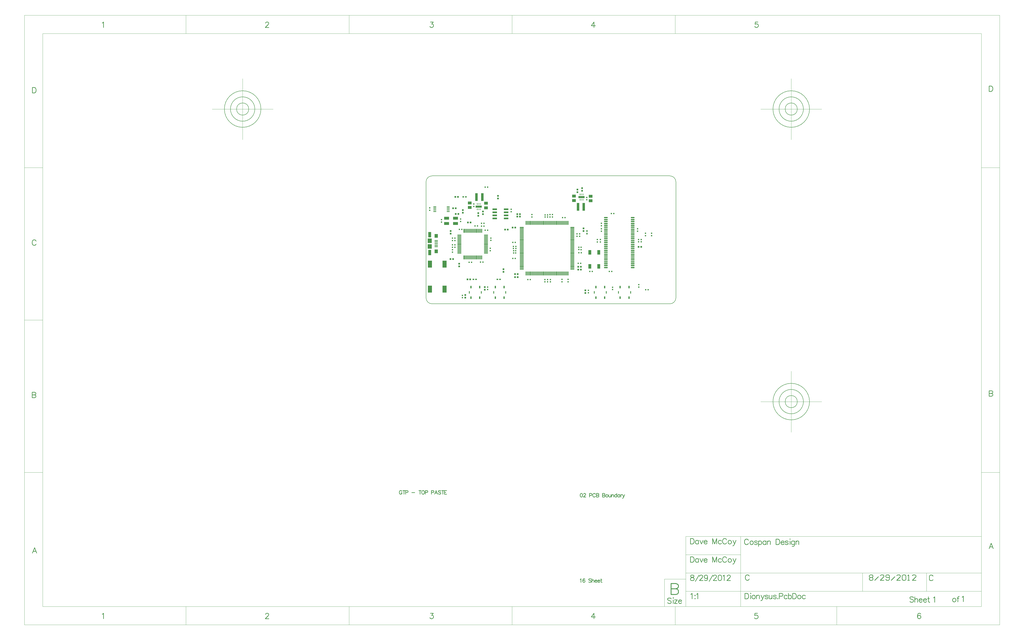
<source format=gtp>
%FSLAX25Y25*%
%MOIN*%
G70*
G01*
G75*
G04 Layer_Color=8421504*
%ADD10O,0.06102X0.02165*%
%ADD11R,0.04921X0.01378*%
%ADD12O,0.07087X0.01181*%
%ADD13O,0.01181X0.07087*%
%ADD14R,0.02362X0.03937*%
%ADD15R,0.01772X0.03937*%
%ADD16R,0.07480X0.02835*%
%ADD17R,0.04921X0.07284*%
%ADD18R,0.09843X0.03543*%
%ADD19R,0.00984X0.03150*%
%ADD20R,0.07087X0.11811*%
%ADD21R,0.05118X0.09055*%
%ADD22R,0.07087X0.07480*%
%ADD23R,0.05512X0.06299*%
%ADD24R,0.05315X0.01575*%
%ADD25R,0.07874X0.04724*%
%ADD26R,0.04331X0.12598*%
%ADD27R,0.02953X0.02559*%
%ADD28R,0.02756X0.01969*%
%ADD29R,0.01969X0.02756*%
%ADD30R,0.05906X0.05118*%
%ADD31R,0.02362X0.01969*%
%ADD32R,0.02559X0.02953*%
%ADD33R,0.01969X0.02362*%
%ADD34C,0.00600*%
%ADD35C,0.01000*%
%ADD36C,0.01500*%
%ADD37C,0.02000*%
%ADD38C,0.03000*%
%ADD39C,0.00400*%
%ADD40C,0.00200*%
%ADD41C,0.01400*%
%ADD42C,0.05906*%
%ADD43C,0.03937*%
%ADD44C,0.06000*%
%ADD45C,0.02400*%
%ADD46C,0.04000*%
%ADD47C,0.06416*%
G04:AMPARAMS|DCode=48|XSize=80.157mil|YSize=80.157mil|CornerRadius=0mil|HoleSize=0mil|Usage=FLASHONLY|Rotation=0.000|XOffset=0mil|YOffset=0mil|HoleType=Round|Shape=Relief|Width=8mil|Gap=10mil|Entries=4|*
%AMTHD48*
7,0,0,0.08016,0.06016,0.00800,45*
%
%ADD48THD48*%
%ADD49C,0.08699*%
%ADD50C,0.09487*%
%ADD51C,0.14900*%
%ADD52C,0.06400*%
G04:AMPARAMS|DCode=53|XSize=80mil|YSize=80mil|CornerRadius=0mil|HoleSize=0mil|Usage=FLASHONLY|Rotation=0.000|XOffset=0mil|YOffset=0mil|HoleType=Round|Shape=Relief|Width=8mil|Gap=10mil|Entries=4|*
%AMTHD53*
7,0,0,0.08000,0.06000,0.00800,45*
%
%ADD53THD53*%
G04:AMPARAMS|DCode=54|XSize=50mil|YSize=50mil|CornerRadius=0mil|HoleSize=0mil|Usage=FLASHONLY|Rotation=0.000|XOffset=0mil|YOffset=0mil|HoleType=Round|Shape=Relief|Width=8mil|Gap=10mil|Entries=4|*
%AMTHD54*
7,0,0,0.05000,0.03000,0.00800,45*
%
%ADD54THD54*%
%ADD55C,0.03400*%
%ADD56C,0.00984*%
%ADD57C,0.02362*%
%ADD58C,0.00787*%
%ADD59C,0.00394*%
D10*
X295957Y141818D02*
D03*
Y138669D02*
D03*
Y135519D02*
D03*
Y132369D02*
D03*
Y129220D02*
D03*
Y126070D02*
D03*
Y122921D02*
D03*
Y119771D02*
D03*
Y116621D02*
D03*
Y113472D02*
D03*
Y110322D02*
D03*
Y107172D02*
D03*
Y104023D02*
D03*
Y100873D02*
D03*
Y97724D02*
D03*
Y94574D02*
D03*
Y91424D02*
D03*
Y88275D02*
D03*
Y85125D02*
D03*
Y81976D02*
D03*
Y78826D02*
D03*
Y75676D02*
D03*
Y72527D02*
D03*
Y69377D02*
D03*
Y66228D02*
D03*
Y63078D02*
D03*
Y59928D02*
D03*
X340052Y141818D02*
D03*
Y138669D02*
D03*
Y135519D02*
D03*
Y132369D02*
D03*
Y129220D02*
D03*
Y126070D02*
D03*
Y122921D02*
D03*
Y119771D02*
D03*
Y116621D02*
D03*
Y113472D02*
D03*
Y110322D02*
D03*
Y107172D02*
D03*
Y104023D02*
D03*
Y100873D02*
D03*
Y97724D02*
D03*
Y94574D02*
D03*
Y91424D02*
D03*
Y88275D02*
D03*
Y85125D02*
D03*
Y81976D02*
D03*
Y78826D02*
D03*
Y75676D02*
D03*
Y72527D02*
D03*
Y69377D02*
D03*
Y66228D02*
D03*
Y63078D02*
D03*
Y59928D02*
D03*
D11*
X15078Y159639D02*
D03*
Y157080D02*
D03*
Y154520D02*
D03*
Y151961D02*
D03*
X37322Y159639D02*
D03*
Y157080D02*
D03*
Y154520D02*
D03*
Y151961D02*
D03*
D12*
X157765Y57151D02*
D03*
Y59120D02*
D03*
Y61088D02*
D03*
Y63057D02*
D03*
Y65025D02*
D03*
Y66994D02*
D03*
Y68962D02*
D03*
Y70931D02*
D03*
Y72899D02*
D03*
Y74868D02*
D03*
Y76836D02*
D03*
Y78805D02*
D03*
Y80773D02*
D03*
Y82742D02*
D03*
Y84710D02*
D03*
Y86679D02*
D03*
Y88647D02*
D03*
Y90616D02*
D03*
Y92584D02*
D03*
Y94553D02*
D03*
Y96521D02*
D03*
Y98490D02*
D03*
Y100458D02*
D03*
Y102427D02*
D03*
Y104395D02*
D03*
Y106364D02*
D03*
Y108332D02*
D03*
Y110301D02*
D03*
Y112269D02*
D03*
Y114238D02*
D03*
Y116206D02*
D03*
Y118175D02*
D03*
Y120143D02*
D03*
Y122112D02*
D03*
Y124080D02*
D03*
Y126049D02*
D03*
X240835D02*
D03*
Y124080D02*
D03*
Y122112D02*
D03*
Y120143D02*
D03*
Y118175D02*
D03*
Y116206D02*
D03*
Y114238D02*
D03*
Y112269D02*
D03*
Y110301D02*
D03*
Y108332D02*
D03*
Y106364D02*
D03*
Y104395D02*
D03*
Y102427D02*
D03*
Y100458D02*
D03*
Y98490D02*
D03*
Y96521D02*
D03*
Y94553D02*
D03*
Y92584D02*
D03*
Y90616D02*
D03*
Y88647D02*
D03*
Y86679D02*
D03*
Y84710D02*
D03*
Y82742D02*
D03*
Y80773D02*
D03*
Y78805D02*
D03*
Y76836D02*
D03*
Y74868D02*
D03*
Y72899D02*
D03*
Y70931D02*
D03*
Y68962D02*
D03*
Y66994D02*
D03*
Y65025D02*
D03*
Y63057D02*
D03*
Y61088D02*
D03*
Y59120D02*
D03*
Y57151D02*
D03*
X99350Y113164D02*
D03*
Y111195D02*
D03*
Y109227D02*
D03*
Y107258D02*
D03*
Y105290D02*
D03*
Y103321D02*
D03*
Y101353D02*
D03*
Y99384D02*
D03*
Y97416D02*
D03*
Y95447D02*
D03*
Y93479D02*
D03*
Y91510D02*
D03*
Y89542D02*
D03*
Y87573D02*
D03*
Y85605D02*
D03*
Y83636D02*
D03*
X55650D02*
D03*
Y85605D02*
D03*
Y87573D02*
D03*
Y89542D02*
D03*
Y91510D02*
D03*
Y93479D02*
D03*
Y95447D02*
D03*
Y97416D02*
D03*
Y99384D02*
D03*
Y101353D02*
D03*
Y103321D02*
D03*
Y105290D02*
D03*
Y107258D02*
D03*
Y109227D02*
D03*
Y111195D02*
D03*
Y113164D02*
D03*
D13*
X164851Y133135D02*
D03*
X166820D02*
D03*
X168788D02*
D03*
X170757D02*
D03*
X172725D02*
D03*
X174694D02*
D03*
X176662D02*
D03*
X178631D02*
D03*
X180599D02*
D03*
X182568D02*
D03*
X184536D02*
D03*
X186505D02*
D03*
X188473D02*
D03*
X190442D02*
D03*
X192410D02*
D03*
X194379D02*
D03*
X196347D02*
D03*
X198316D02*
D03*
X200284D02*
D03*
X202253D02*
D03*
X204221D02*
D03*
X206190D02*
D03*
X208158D02*
D03*
X210127D02*
D03*
X212095D02*
D03*
X214064D02*
D03*
X216032D02*
D03*
X218001D02*
D03*
X219969D02*
D03*
X221938D02*
D03*
X223906D02*
D03*
X225875D02*
D03*
X227843D02*
D03*
X229812D02*
D03*
X231780D02*
D03*
X233749D02*
D03*
Y50065D02*
D03*
X231780D02*
D03*
X229812D02*
D03*
X227843D02*
D03*
X225875D02*
D03*
X223906D02*
D03*
X221938D02*
D03*
X219969D02*
D03*
X218001D02*
D03*
X216032D02*
D03*
X214064D02*
D03*
X212095D02*
D03*
X210127D02*
D03*
X208158D02*
D03*
X206190D02*
D03*
X204221D02*
D03*
X202253D02*
D03*
X200284D02*
D03*
X198316D02*
D03*
X196347D02*
D03*
X194379D02*
D03*
X192410D02*
D03*
X190442D02*
D03*
X188473D02*
D03*
X186505D02*
D03*
X184536D02*
D03*
X182568D02*
D03*
X180599D02*
D03*
X178631D02*
D03*
X176662D02*
D03*
X174694D02*
D03*
X172725D02*
D03*
X170757D02*
D03*
X168788D02*
D03*
X166820D02*
D03*
X164851D02*
D03*
X62736Y120250D02*
D03*
X64705D02*
D03*
X66673D02*
D03*
X68642D02*
D03*
X70610D02*
D03*
X72579D02*
D03*
X74547D02*
D03*
X76516D02*
D03*
X78484D02*
D03*
X80453D02*
D03*
X82421D02*
D03*
X84390D02*
D03*
X86358D02*
D03*
X88327D02*
D03*
X90295D02*
D03*
X92264D02*
D03*
Y76550D02*
D03*
X90295D02*
D03*
X88327D02*
D03*
X86358D02*
D03*
X84390D02*
D03*
X82421D02*
D03*
X80453D02*
D03*
X78484D02*
D03*
X76516D02*
D03*
X74547D02*
D03*
X72579D02*
D03*
X70610D02*
D03*
X68642D02*
D03*
X66673D02*
D03*
X64705D02*
D03*
X62736D02*
D03*
D14*
X114417Y27761D02*
D03*
Y10439D02*
D03*
X128983D02*
D03*
Y27761D02*
D03*
X279416D02*
D03*
Y10439D02*
D03*
X293984D02*
D03*
Y27761D02*
D03*
X319378D02*
D03*
Y10439D02*
D03*
X333945D02*
D03*
Y27761D02*
D03*
X74417D02*
D03*
Y10439D02*
D03*
X88984D02*
D03*
Y27761D02*
D03*
D15*
X111759Y19100D02*
D03*
X131641D02*
D03*
X276759D02*
D03*
X296641D02*
D03*
X316721D02*
D03*
X336602D02*
D03*
X71759D02*
D03*
X91641D02*
D03*
D16*
X113648Y155500D02*
D03*
Y150500D02*
D03*
Y145500D02*
D03*
Y140500D02*
D03*
X132152Y155500D02*
D03*
Y150500D02*
D03*
Y145500D02*
D03*
Y140500D02*
D03*
D17*
X269516Y61983D02*
D03*
X284084D02*
D03*
Y84817D02*
D03*
X269516D02*
D03*
D18*
X256025Y175400D02*
D03*
X87375Y160000D02*
D03*
D19*
X258978Y171069D02*
D03*
X257010D02*
D03*
X255041D02*
D03*
X253072D02*
D03*
Y179731D02*
D03*
X255041D02*
D03*
X257010D02*
D03*
X258978D02*
D03*
X84422Y155669D02*
D03*
X86391D02*
D03*
X88359D02*
D03*
X90328D02*
D03*
Y164331D02*
D03*
X88359D02*
D03*
X86391D02*
D03*
X84422D02*
D03*
D20*
X31116Y24675D02*
D03*
X7100D02*
D03*
Y65620D02*
D03*
X31116D02*
D03*
D21*
X6968Y84436D02*
D03*
Y113964D02*
D03*
D22*
Y103924D02*
D03*
Y94476D02*
D03*
D23*
X17500Y111798D02*
D03*
Y86602D02*
D03*
D24*
Y104318D02*
D03*
Y101759D02*
D03*
Y99200D02*
D03*
Y96641D02*
D03*
Y94082D02*
D03*
D25*
X49183Y132269D02*
D03*
Y140931D02*
D03*
X34617D02*
D03*
Y132269D02*
D03*
D26*
X259724Y159600D02*
D03*
X250276D02*
D03*
X83650Y175700D02*
D03*
X93099D02*
D03*
D27*
X154800Y147400D02*
D03*
X150469D02*
D03*
Y143500D02*
D03*
X154800D02*
D03*
X48835Y175900D02*
D03*
X53165D02*
D03*
X130435Y122100D02*
D03*
X134765D02*
D03*
X147035Y49300D02*
D03*
X151365D02*
D03*
X49487Y157080D02*
D03*
X45157D02*
D03*
X73965Y133800D02*
D03*
X69635D02*
D03*
X49535Y148000D02*
D03*
X53865D02*
D03*
X40969Y73900D02*
D03*
X45300D02*
D03*
X349500Y94000D02*
D03*
X353831D02*
D03*
X151365Y44300D02*
D03*
X147035D02*
D03*
X254765Y56400D02*
D03*
X250435D02*
D03*
X254765Y61100D02*
D03*
X250435D02*
D03*
X69035Y40400D02*
D03*
X73365D02*
D03*
X147065Y125400D02*
D03*
X142735D02*
D03*
D28*
X122065Y40400D02*
D03*
X117735D02*
D03*
X61835Y175900D02*
D03*
X66165D02*
D03*
X82865Y40400D02*
D03*
X78535D02*
D03*
D29*
X265000Y119965D02*
D03*
Y115635D02*
D03*
D30*
X243500Y177340D02*
D03*
Y169860D02*
D03*
X72475Y158460D02*
D03*
Y165940D02*
D03*
X99275Y158000D02*
D03*
Y165480D02*
D03*
X271000Y176940D02*
D03*
Y169460D02*
D03*
D31*
X264700Y175037D02*
D03*
Y171100D02*
D03*
X267077Y18557D02*
D03*
Y22494D02*
D03*
X307000Y23763D02*
D03*
Y27700D02*
D03*
X140700Y151532D02*
D03*
Y155468D02*
D03*
X48200Y104131D02*
D03*
Y108069D02*
D03*
X44100Y104131D02*
D03*
Y108069D02*
D03*
Y93231D02*
D03*
Y97168D02*
D03*
X48300Y93231D02*
D03*
Y97168D02*
D03*
X106200Y87532D02*
D03*
Y91469D02*
D03*
X44300Y85232D02*
D03*
Y89169D02*
D03*
X107200Y108369D02*
D03*
Y104431D02*
D03*
X6900Y157768D02*
D03*
Y153832D02*
D03*
X26200Y138537D02*
D03*
Y134600D02*
D03*
X57600Y135563D02*
D03*
Y139500D02*
D03*
X349507Y102075D02*
D03*
Y106012D02*
D03*
X348000Y119532D02*
D03*
Y123468D02*
D03*
X353731Y102075D02*
D03*
Y106012D02*
D03*
X288440Y123571D02*
D03*
Y119634D02*
D03*
X288454Y128591D02*
D03*
Y132528D02*
D03*
X281976Y105971D02*
D03*
Y102034D02*
D03*
X286789Y105971D02*
D03*
Y102034D02*
D03*
X370800Y112163D02*
D03*
Y116100D02*
D03*
X360800Y112163D02*
D03*
Y116100D02*
D03*
X349800Y27963D02*
D03*
Y31900D02*
D03*
X195800Y36432D02*
D03*
Y40369D02*
D03*
X223906Y36531D02*
D03*
Y40468D02*
D03*
X253000Y115168D02*
D03*
Y111232D02*
D03*
X248700Y115168D02*
D03*
Y111232D02*
D03*
X174694Y146869D02*
D03*
Y142931D02*
D03*
X204300Y146869D02*
D03*
Y142931D02*
D03*
X200300Y36432D02*
D03*
Y40369D02*
D03*
X208158Y146869D02*
D03*
Y142931D02*
D03*
X204800Y36432D02*
D03*
Y40369D02*
D03*
X251500Y93337D02*
D03*
Y89400D02*
D03*
X233749Y36531D02*
D03*
Y40468D02*
D03*
X255100Y93237D02*
D03*
Y89300D02*
D03*
X144500Y83732D02*
D03*
Y87669D02*
D03*
X147900Y83732D02*
D03*
Y87669D02*
D03*
X60700Y14337D02*
D03*
Y10400D02*
D03*
X102035Y23863D02*
D03*
Y27800D02*
D03*
X79175Y160231D02*
D03*
Y164169D02*
D03*
D32*
X118800Y173069D02*
D03*
Y177400D02*
D03*
X262142Y18223D02*
D03*
Y22554D02*
D03*
X55200Y66131D02*
D03*
Y61800D02*
D03*
X61300Y150035D02*
D03*
Y154365D02*
D03*
X41300Y115635D02*
D03*
Y119965D02*
D03*
X259300Y119769D02*
D03*
Y124100D02*
D03*
X65300Y14731D02*
D03*
Y10400D02*
D03*
X97300Y23535D02*
D03*
Y27865D02*
D03*
X127800Y57231D02*
D03*
Y52900D02*
D03*
X94100Y147635D02*
D03*
Y151965D02*
D03*
X86435Y149331D02*
D03*
Y145000D02*
D03*
X249300Y187765D02*
D03*
Y183435D02*
D03*
X257000Y186035D02*
D03*
Y190365D02*
D03*
D33*
X101868Y121300D02*
D03*
X97931D02*
D03*
X55632Y122700D02*
D03*
X59569D02*
D03*
X95768Y132400D02*
D03*
X91831D02*
D03*
X95768Y128000D02*
D03*
X91831D02*
D03*
X85268Y128100D02*
D03*
X81331D02*
D03*
X94269Y68800D02*
D03*
X90332D02*
D03*
X75568Y68700D02*
D03*
X71631D02*
D03*
X305471Y53473D02*
D03*
X301534D02*
D03*
X308789Y148461D02*
D03*
X304852D02*
D03*
X361300Y23400D02*
D03*
X365237D02*
D03*
X101800Y191900D02*
D03*
X97863D02*
D03*
X167832Y40300D02*
D03*
X171768D02*
D03*
X273502Y53466D02*
D03*
X269565D02*
D03*
X254569Y66994D02*
D03*
X250631D02*
D03*
X224832Y141900D02*
D03*
X228768D02*
D03*
X255542Y84332D02*
D03*
X251606D02*
D03*
X144332Y91100D02*
D03*
X148268D02*
D03*
X196335Y146304D02*
D03*
X200272D02*
D03*
X196335Y142804D02*
D03*
X200272D02*
D03*
X143363Y74868D02*
D03*
X147300D02*
D03*
X144332Y94600D02*
D03*
X148268D02*
D03*
X143141Y101091D02*
D03*
X147078D02*
D03*
D34*
X610000Y-160000D02*
G03*
X610000Y-160000I-10000J0D01*
G01*
X620000D02*
G03*
X620000Y-160000I-20000J0D01*
G01*
X630000D02*
G03*
X630000Y-160000I-30000J0D01*
G01*
X610000Y320000D02*
G03*
X610000Y320000I-10000J0D01*
G01*
X620000D02*
G03*
X620000Y320000I-20000J0D01*
G01*
X630000D02*
G03*
X630000Y320000I-30000J0D01*
G01*
X-290000D02*
G03*
X-290000Y320000I-10000J0D01*
G01*
X-280000D02*
G03*
X-280000Y320000I-20000J0D01*
G01*
X-270000D02*
G03*
X-270000Y320000I-30000J0D01*
G01*
X800Y10400D02*
G03*
X10800Y400I10000J0D01*
G01*
Y210400D02*
G03*
X800Y200400I0J-10000D01*
G01*
X410800D02*
G03*
X400800Y210400I-10000J0D01*
G01*
Y400D02*
G03*
X410800Y10400I0J10000D01*
G01*
X800D02*
Y200400D01*
X10800Y400D02*
X400800D01*
X410800Y10400D02*
Y200400D01*
X10800Y210400D02*
X400800D01*
D35*
X-38940Y-307221D02*
X-39226Y-306650D01*
X-39797Y-306078D01*
X-40369Y-305793D01*
X-41511D01*
X-42083Y-306078D01*
X-42654Y-306650D01*
X-42940Y-307221D01*
X-43225Y-308078D01*
Y-309506D01*
X-42940Y-310363D01*
X-42654Y-310934D01*
X-42083Y-311506D01*
X-41511Y-311791D01*
X-40369D01*
X-39797Y-311506D01*
X-39226Y-310934D01*
X-38940Y-310363D01*
Y-309506D01*
X-40369D02*
X-38940D01*
X-35570Y-305793D02*
Y-311791D01*
X-37569Y-305793D02*
X-33570D01*
X-32856Y-308935D02*
X-30285D01*
X-29428Y-308649D01*
X-29142Y-308364D01*
X-28857Y-307792D01*
Y-306935D01*
X-29142Y-306364D01*
X-29428Y-306078D01*
X-30285Y-305793D01*
X-32856D01*
Y-311791D01*
X-22801Y-309221D02*
X-17659D01*
X-9175Y-305793D02*
Y-311791D01*
X-11175Y-305793D02*
X-7176D01*
X-4748D02*
X-5319Y-306078D01*
X-5890Y-306650D01*
X-6176Y-307221D01*
X-6462Y-308078D01*
Y-309506D01*
X-6176Y-310363D01*
X-5890Y-310934D01*
X-5319Y-311506D01*
X-4748Y-311791D01*
X-3605D01*
X-3034Y-311506D01*
X-2462Y-310934D01*
X-2177Y-310363D01*
X-1891Y-309506D01*
Y-308078D01*
X-2177Y-307221D01*
X-2462Y-306650D01*
X-3034Y-306078D01*
X-3605Y-305793D01*
X-4748D01*
X-491Y-308935D02*
X2079D01*
X2936Y-308649D01*
X3222Y-308364D01*
X3508Y-307792D01*
Y-306935D01*
X3222Y-306364D01*
X2936Y-306078D01*
X2079Y-305793D01*
X-491D01*
Y-311791D01*
X9563Y-308935D02*
X12134D01*
X12991Y-308649D01*
X13277Y-308364D01*
X13563Y-307792D01*
Y-306935D01*
X13277Y-306364D01*
X12991Y-306078D01*
X12134Y-305793D01*
X9563D01*
Y-311791D01*
X19476D02*
X17190Y-305793D01*
X14905Y-311791D01*
X15762Y-309792D02*
X18619D01*
X24874Y-306650D02*
X24303Y-306078D01*
X23446Y-305793D01*
X22304D01*
X21447Y-306078D01*
X20875Y-306650D01*
Y-307221D01*
X21161Y-307792D01*
X21447Y-308078D01*
X22018Y-308364D01*
X23732Y-308935D01*
X24303Y-309221D01*
X24589Y-309506D01*
X24874Y-310078D01*
Y-310934D01*
X24303Y-311506D01*
X23446Y-311791D01*
X22304D01*
X21447Y-311506D01*
X20875Y-310934D01*
X28217Y-305793D02*
Y-311791D01*
X26217Y-305793D02*
X30216D01*
X34644D02*
X30930D01*
Y-311791D01*
X34644D01*
X30930Y-308649D02*
X33216D01*
X255214Y-310501D02*
X254357Y-310787D01*
X253786Y-311644D01*
X253500Y-313072D01*
Y-313929D01*
X253786Y-315357D01*
X254357Y-316214D01*
X255214Y-316500D01*
X255785D01*
X256642Y-316214D01*
X257213Y-315357D01*
X257499Y-313929D01*
Y-313072D01*
X257213Y-311644D01*
X256642Y-310787D01*
X255785Y-310501D01*
X255214D01*
X259127Y-311930D02*
Y-311644D01*
X259413Y-311073D01*
X259699Y-310787D01*
X260270Y-310501D01*
X261413D01*
X261984Y-310787D01*
X262269Y-311073D01*
X262555Y-311644D01*
Y-312215D01*
X262269Y-312787D01*
X261698Y-313644D01*
X258842Y-316500D01*
X262841D01*
X268897Y-313644D02*
X271468D01*
X272324Y-313358D01*
X272610Y-313072D01*
X272896Y-312501D01*
Y-311644D01*
X272610Y-311073D01*
X272324Y-310787D01*
X271468Y-310501D01*
X268897D01*
Y-316500D01*
X278523Y-311930D02*
X278238Y-311358D01*
X277666Y-310787D01*
X277095Y-310501D01*
X275952D01*
X275381Y-310787D01*
X274810Y-311358D01*
X274524Y-311930D01*
X274238Y-312787D01*
Y-314215D01*
X274524Y-315072D01*
X274810Y-315643D01*
X275381Y-316214D01*
X275952Y-316500D01*
X277095D01*
X277666Y-316214D01*
X278238Y-315643D01*
X278523Y-315072D01*
X280209Y-310501D02*
Y-316500D01*
Y-310501D02*
X282779D01*
X283636Y-310787D01*
X283922Y-311073D01*
X284208Y-311644D01*
Y-312215D01*
X283922Y-312787D01*
X283636Y-313072D01*
X282779Y-313358D01*
X280209D02*
X282779D01*
X283636Y-313644D01*
X283922Y-313929D01*
X284208Y-314500D01*
Y-315357D01*
X283922Y-315929D01*
X283636Y-316214D01*
X282779Y-316500D01*
X280209D01*
X290264Y-310501D02*
Y-316500D01*
Y-310501D02*
X292834D01*
X293691Y-310787D01*
X293977Y-311073D01*
X294263Y-311644D01*
Y-312215D01*
X293977Y-312787D01*
X293691Y-313072D01*
X292834Y-313358D01*
X290264D02*
X292834D01*
X293691Y-313644D01*
X293977Y-313929D01*
X294263Y-314500D01*
Y-315357D01*
X293977Y-315929D01*
X293691Y-316214D01*
X292834Y-316500D01*
X290264D01*
X297034Y-312501D02*
X296462Y-312787D01*
X295891Y-313358D01*
X295605Y-314215D01*
Y-314786D01*
X295891Y-315643D01*
X296462Y-316214D01*
X297034Y-316500D01*
X297890D01*
X298462Y-316214D01*
X299033Y-315643D01*
X299319Y-314786D01*
Y-314215D01*
X299033Y-313358D01*
X298462Y-312787D01*
X297890Y-312501D01*
X297034D01*
X300633D02*
Y-315357D01*
X300918Y-316214D01*
X301490Y-316500D01*
X302347D01*
X302918Y-316214D01*
X303775Y-315357D01*
Y-312501D02*
Y-316500D01*
X305346Y-312501D02*
Y-316500D01*
Y-313644D02*
X306203Y-312787D01*
X306774Y-312501D01*
X307631D01*
X308203Y-312787D01*
X308488Y-313644D01*
Y-316500D01*
X313487Y-310501D02*
Y-316500D01*
Y-313358D02*
X312916Y-312787D01*
X312345Y-312501D01*
X311488D01*
X310916Y-312787D01*
X310345Y-313358D01*
X310059Y-314215D01*
Y-314786D01*
X310345Y-315643D01*
X310916Y-316214D01*
X311488Y-316500D01*
X312345D01*
X312916Y-316214D01*
X313487Y-315643D01*
X318515Y-312501D02*
Y-316500D01*
Y-313358D02*
X317943Y-312787D01*
X317372Y-312501D01*
X316515D01*
X315944Y-312787D01*
X315372Y-313358D01*
X315087Y-314215D01*
Y-314786D01*
X315372Y-315643D01*
X315944Y-316214D01*
X316515Y-316500D01*
X317372D01*
X317943Y-316214D01*
X318515Y-315643D01*
X320114Y-312501D02*
Y-316500D01*
Y-314215D02*
X320400Y-313358D01*
X320971Y-312787D01*
X321543Y-312501D01*
X322399D01*
X323228D02*
X324942Y-316500D01*
X326656Y-312501D02*
X324942Y-316500D01*
X324371Y-317643D01*
X323799Y-318214D01*
X323228Y-318500D01*
X322942D01*
X924500Y-142002D02*
Y-151000D01*
Y-142002D02*
X928356D01*
X929642Y-142430D01*
X930070Y-142859D01*
X930499Y-143716D01*
Y-144573D01*
X930070Y-145430D01*
X929642Y-145858D01*
X928356Y-146287D01*
X924500D02*
X928356D01*
X929642Y-146715D01*
X930070Y-147144D01*
X930499Y-148001D01*
Y-149286D01*
X930070Y-150143D01*
X929642Y-150572D01*
X928356Y-151000D01*
X924500D01*
X-638144Y-408500D02*
X-641572Y-399502D01*
X-645000Y-408500D01*
X-643715Y-405501D02*
X-639430D01*
X-645500Y-144502D02*
Y-153500D01*
Y-144502D02*
X-641644D01*
X-640358Y-144930D01*
X-639930Y-145359D01*
X-639501Y-146216D01*
Y-147073D01*
X-639930Y-147930D01*
X-640358Y-148358D01*
X-641644Y-148787D01*
X-645500D02*
X-641644D01*
X-640358Y-149215D01*
X-639930Y-149644D01*
X-639501Y-150501D01*
Y-151786D01*
X-639930Y-152643D01*
X-640358Y-153071D01*
X-641644Y-153500D01*
X-645500D01*
X-639073Y103356D02*
X-639501Y104213D01*
X-640358Y105070D01*
X-641215Y105498D01*
X-642929D01*
X-643786Y105070D01*
X-644643Y104213D01*
X-645072Y103356D01*
X-645500Y102070D01*
Y99928D01*
X-645072Y98642D01*
X-644643Y97785D01*
X-643786Y96929D01*
X-642929Y96500D01*
X-641215D01*
X-640358Y96929D01*
X-639501Y97785D01*
X-639073Y98642D01*
X-645000Y355498D02*
Y346500D01*
Y355498D02*
X-642001D01*
X-640715Y355070D01*
X-639858Y354213D01*
X-639430Y353356D01*
X-639001Y352070D01*
Y349928D01*
X-639430Y348642D01*
X-639858Y347785D01*
X-640715Y346929D01*
X-642001Y346500D01*
X-645000D01*
X812142Y-508287D02*
X811713Y-507430D01*
X810428Y-507002D01*
X809571D01*
X808285Y-507430D01*
X807428Y-508716D01*
X807000Y-510858D01*
Y-513001D01*
X807428Y-514715D01*
X808285Y-515571D01*
X809571Y-516000D01*
X809999D01*
X811285Y-515571D01*
X812142Y-514715D01*
X812570Y-513429D01*
Y-513001D01*
X812142Y-511715D01*
X811285Y-510858D01*
X809999Y-510430D01*
X809571D01*
X808285Y-510858D01*
X807428Y-511715D01*
X807000Y-513001D01*
X524000Y-474502D02*
Y-483500D01*
Y-474502D02*
X526999D01*
X528285Y-474930D01*
X529142Y-475787D01*
X529570Y-476644D01*
X529999Y-477930D01*
Y-480072D01*
X529570Y-481358D01*
X529142Y-482215D01*
X528285Y-483072D01*
X526999Y-483500D01*
X524000D01*
X532869Y-474502D02*
X533298Y-474930D01*
X533727Y-474502D01*
X533298Y-474073D01*
X532869Y-474502D01*
X533298Y-477501D02*
Y-483500D01*
X537454Y-477501D02*
X536597Y-477930D01*
X535740Y-478787D01*
X535312Y-480072D01*
Y-480929D01*
X535740Y-482215D01*
X536597Y-483072D01*
X537454Y-483500D01*
X538740D01*
X539597Y-483072D01*
X540454Y-482215D01*
X540882Y-480929D01*
Y-480072D01*
X540454Y-478787D01*
X539597Y-477930D01*
X538740Y-477501D01*
X537454D01*
X542853D02*
Y-483500D01*
Y-479215D02*
X544138Y-477930D01*
X544995Y-477501D01*
X546281D01*
X547138Y-477930D01*
X547566Y-479215D01*
Y-483500D01*
X550351Y-477501D02*
X552922Y-483500D01*
X555493Y-477501D02*
X552922Y-483500D01*
X552065Y-485214D01*
X551208Y-486071D01*
X550351Y-486499D01*
X549923D01*
X561706Y-478787D02*
X561278Y-477930D01*
X559992Y-477501D01*
X558707D01*
X557421Y-477930D01*
X556993Y-478787D01*
X557421Y-479644D01*
X558278Y-480072D01*
X560421Y-480501D01*
X561278Y-480929D01*
X561706Y-481786D01*
Y-482215D01*
X561278Y-483072D01*
X559992Y-483500D01*
X558707D01*
X557421Y-483072D01*
X556993Y-482215D01*
X563591Y-477501D02*
Y-481786D01*
X564020Y-483072D01*
X564877Y-483500D01*
X566162D01*
X567019Y-483072D01*
X568305Y-481786D01*
Y-477501D02*
Y-483500D01*
X575375Y-478787D02*
X574946Y-477930D01*
X573661Y-477501D01*
X572375D01*
X571090Y-477930D01*
X570661Y-478787D01*
X571090Y-479644D01*
X571947Y-480072D01*
X574089Y-480501D01*
X574946Y-480929D01*
X575375Y-481786D01*
Y-482215D01*
X574946Y-483072D01*
X573661Y-483500D01*
X572375D01*
X571090Y-483072D01*
X570661Y-482215D01*
X577689Y-482643D02*
X577260Y-483072D01*
X577689Y-483500D01*
X578117Y-483072D01*
X577689Y-482643D01*
X580088Y-479215D02*
X583944D01*
X585230Y-478787D01*
X585658Y-478358D01*
X586087Y-477501D01*
Y-476216D01*
X585658Y-475359D01*
X585230Y-474930D01*
X583944Y-474502D01*
X580088D01*
Y-483500D01*
X593242Y-478787D02*
X592385Y-477930D01*
X591528Y-477501D01*
X590243D01*
X589386Y-477930D01*
X588529Y-478787D01*
X588101Y-480072D01*
Y-480929D01*
X588529Y-482215D01*
X589386Y-483072D01*
X590243Y-483500D01*
X591528D01*
X592385Y-483072D01*
X593242Y-482215D01*
X595170Y-474502D02*
Y-483500D01*
Y-478787D02*
X596027Y-477930D01*
X596884Y-477501D01*
X598170D01*
X599027Y-477930D01*
X599884Y-478787D01*
X600312Y-480072D01*
Y-480929D01*
X599884Y-482215D01*
X599027Y-483072D01*
X598170Y-483500D01*
X596884D01*
X596027Y-483072D01*
X595170Y-482215D01*
X602240Y-474502D02*
Y-483500D01*
Y-474502D02*
X605240D01*
X606525Y-474930D01*
X607382Y-475787D01*
X607811Y-476644D01*
X608239Y-477930D01*
Y-480072D01*
X607811Y-481358D01*
X607382Y-482215D01*
X606525Y-483072D01*
X605240Y-483500D01*
X602240D01*
X612395Y-477501D02*
X611538Y-477930D01*
X610681Y-478787D01*
X610253Y-480072D01*
Y-480929D01*
X610681Y-482215D01*
X611538Y-483072D01*
X612395Y-483500D01*
X613681D01*
X614538Y-483072D01*
X615395Y-482215D01*
X615823Y-480929D01*
Y-480072D01*
X615395Y-478787D01*
X614538Y-477930D01*
X613681Y-477501D01*
X612395D01*
X622936Y-478787D02*
X622079Y-477930D01*
X621222Y-477501D01*
X619937D01*
X619080Y-477930D01*
X618223Y-478787D01*
X617794Y-480072D01*
Y-480929D01*
X618223Y-482215D01*
X619080Y-483072D01*
X619937Y-483500D01*
X621222D01*
X622079Y-483072D01*
X622936Y-482215D01*
X435000Y-476216D02*
X435857Y-475787D01*
X437142Y-474502D01*
Y-483500D01*
X442027Y-477501D02*
X441599Y-477930D01*
X442027Y-478358D01*
X442456Y-477930D01*
X442027Y-477501D01*
Y-482643D02*
X441599Y-483072D01*
X442027Y-483500D01*
X442456Y-483072D01*
X442027Y-482643D01*
X444427Y-476216D02*
X445284Y-475787D01*
X446569Y-474502D01*
Y-483500D01*
X402999Y-483287D02*
X402142Y-482430D01*
X400856Y-482002D01*
X399142D01*
X397857Y-482430D01*
X397000Y-483287D01*
Y-484144D01*
X397428Y-485001D01*
X397857Y-485430D01*
X398714Y-485858D01*
X401285Y-486715D01*
X402142Y-487144D01*
X402570Y-487572D01*
X402999Y-488429D01*
Y-489715D01*
X402142Y-490571D01*
X400856Y-491000D01*
X399142D01*
X397857Y-490571D01*
X397000Y-489715D01*
X405869Y-482002D02*
X406298Y-482430D01*
X406727Y-482002D01*
X406298Y-481573D01*
X405869Y-482002D01*
X406298Y-485001D02*
Y-491000D01*
X413025Y-485001D02*
X408312Y-491000D01*
Y-485001D02*
X413025D01*
X408312Y-491000D02*
X413025D01*
X414911Y-487572D02*
X420052D01*
Y-486715D01*
X419624Y-485858D01*
X419195Y-485430D01*
X418338Y-485001D01*
X417053D01*
X416196Y-485430D01*
X415339Y-486287D01*
X414911Y-487572D01*
Y-488429D01*
X415339Y-489715D01*
X416196Y-490571D01*
X417053Y-491000D01*
X418338D01*
X419195Y-490571D01*
X420052Y-489715D01*
X436642Y-444502D02*
X435357Y-444930D01*
X434929Y-445787D01*
Y-446644D01*
X435357Y-447501D01*
X436214Y-447930D01*
X437928Y-448358D01*
X439213Y-448787D01*
X440070Y-449644D01*
X440499Y-450501D01*
Y-451786D01*
X440070Y-452643D01*
X439642Y-453071D01*
X438356Y-453500D01*
X436642D01*
X435357Y-453071D01*
X434929Y-452643D01*
X434500Y-451786D01*
Y-450501D01*
X434929Y-449644D01*
X435785Y-448787D01*
X437071Y-448358D01*
X438785Y-447930D01*
X439642Y-447501D01*
X440070Y-446644D01*
Y-445787D01*
X439642Y-444930D01*
X438356Y-444502D01*
X436642D01*
X442513Y-454785D02*
X448511Y-444502D01*
X449540Y-446644D02*
Y-446216D01*
X449968Y-445359D01*
X450397Y-444930D01*
X451254Y-444502D01*
X452968D01*
X453824Y-444930D01*
X454253Y-445359D01*
X454681Y-446216D01*
Y-447073D01*
X454253Y-447930D01*
X453396Y-449215D01*
X449111Y-453500D01*
X455110D01*
X462694Y-447501D02*
X462265Y-448787D01*
X461409Y-449644D01*
X460123Y-450072D01*
X459695D01*
X458409Y-449644D01*
X457552Y-448787D01*
X457124Y-447501D01*
Y-447073D01*
X457552Y-445787D01*
X458409Y-444930D01*
X459695Y-444502D01*
X460123D01*
X461409Y-444930D01*
X462265Y-445787D01*
X462694Y-447501D01*
Y-449644D01*
X462265Y-451786D01*
X461409Y-453071D01*
X460123Y-453500D01*
X459266D01*
X457981Y-453071D01*
X457552Y-452215D01*
X465136Y-454785D02*
X471135Y-444502D01*
X472163Y-446644D02*
Y-446216D01*
X472592Y-445359D01*
X473020Y-444930D01*
X473877Y-444502D01*
X475591D01*
X476448Y-444930D01*
X476877Y-445359D01*
X477305Y-446216D01*
Y-447073D01*
X476877Y-447930D01*
X476020Y-449215D01*
X471735Y-453500D01*
X477734D01*
X482318Y-444502D02*
X481033Y-444930D01*
X480176Y-446216D01*
X479747Y-448358D01*
Y-449644D01*
X480176Y-451786D01*
X481033Y-453071D01*
X482318Y-453500D01*
X483175D01*
X484461Y-453071D01*
X485318Y-451786D01*
X485746Y-449644D01*
Y-448358D01*
X485318Y-446216D01*
X484461Y-444930D01*
X483175Y-444502D01*
X482318D01*
X487760Y-446216D02*
X488617Y-445787D01*
X489902Y-444502D01*
Y-453500D01*
X494787Y-446644D02*
Y-446216D01*
X495216Y-445359D01*
X495644Y-444930D01*
X496501Y-444502D01*
X498215D01*
X499072Y-444930D01*
X499500Y-445359D01*
X499929Y-446216D01*
Y-447073D01*
X499500Y-447930D01*
X498643Y-449215D01*
X494359Y-453500D01*
X500357D01*
X434500Y-414502D02*
Y-423500D01*
Y-414502D02*
X437499D01*
X438785Y-414930D01*
X439642Y-415787D01*
X440070Y-416644D01*
X440499Y-417930D01*
Y-420072D01*
X440070Y-421358D01*
X439642Y-422215D01*
X438785Y-423071D01*
X437499Y-423500D01*
X434500D01*
X447654Y-417501D02*
Y-423500D01*
Y-418787D02*
X446797Y-417930D01*
X445940Y-417501D01*
X444655D01*
X443798Y-417930D01*
X442941Y-418787D01*
X442513Y-420072D01*
Y-420929D01*
X442941Y-422215D01*
X443798Y-423071D01*
X444655Y-423500D01*
X445940D01*
X446797Y-423071D01*
X447654Y-422215D01*
X450054Y-417501D02*
X452625Y-423500D01*
X455196Y-417501D02*
X452625Y-423500D01*
X456652Y-420072D02*
X461794D01*
Y-419215D01*
X461366Y-418358D01*
X460937Y-417930D01*
X460080Y-417501D01*
X458795D01*
X457938Y-417930D01*
X457081Y-418787D01*
X456652Y-420072D01*
Y-420929D01*
X457081Y-422215D01*
X457938Y-423071D01*
X458795Y-423500D01*
X460080D01*
X460937Y-423071D01*
X461794Y-422215D01*
X470792Y-414502D02*
Y-423500D01*
Y-414502D02*
X474220Y-423500D01*
X477648Y-414502D02*
X474220Y-423500D01*
X477648Y-414502D02*
Y-423500D01*
X485360Y-418787D02*
X484504Y-417930D01*
X483647Y-417501D01*
X482361D01*
X481504Y-417930D01*
X480647Y-418787D01*
X480219Y-420072D01*
Y-420929D01*
X480647Y-422215D01*
X481504Y-423071D01*
X482361Y-423500D01*
X483647D01*
X484504Y-423071D01*
X485360Y-422215D01*
X493716Y-416644D02*
X493287Y-415787D01*
X492430Y-414930D01*
X491573Y-414502D01*
X489860D01*
X489003Y-414930D01*
X488146Y-415787D01*
X487717Y-416644D01*
X487289Y-417930D01*
Y-420072D01*
X487717Y-421358D01*
X488146Y-422215D01*
X489003Y-423071D01*
X489860Y-423500D01*
X491573D01*
X492430Y-423071D01*
X493287Y-422215D01*
X493716Y-421358D01*
X498386Y-417501D02*
X497529Y-417930D01*
X496672Y-418787D01*
X496244Y-420072D01*
Y-420929D01*
X496672Y-422215D01*
X497529Y-423071D01*
X498386Y-423500D01*
X499672D01*
X500529Y-423071D01*
X501386Y-422215D01*
X501814Y-420929D01*
Y-420072D01*
X501386Y-418787D01*
X500529Y-417930D01*
X499672Y-417501D01*
X498386D01*
X504214D02*
X506784Y-423500D01*
X509355Y-417501D02*
X506784Y-423500D01*
X505928Y-425214D01*
X505071Y-426071D01*
X504214Y-426499D01*
X503785D01*
X434500Y-384502D02*
Y-393500D01*
Y-384502D02*
X437499D01*
X438785Y-384930D01*
X439642Y-385787D01*
X440070Y-386644D01*
X440499Y-387930D01*
Y-390072D01*
X440070Y-391358D01*
X439642Y-392215D01*
X438785Y-393072D01*
X437499Y-393500D01*
X434500D01*
X447654Y-387501D02*
Y-393500D01*
Y-388787D02*
X446797Y-387930D01*
X445940Y-387501D01*
X444655D01*
X443798Y-387930D01*
X442941Y-388787D01*
X442513Y-390072D01*
Y-390929D01*
X442941Y-392215D01*
X443798Y-393072D01*
X444655Y-393500D01*
X445940D01*
X446797Y-393072D01*
X447654Y-392215D01*
X450054Y-387501D02*
X452625Y-393500D01*
X455196Y-387501D02*
X452625Y-393500D01*
X456652Y-390072D02*
X461794D01*
Y-389215D01*
X461366Y-388358D01*
X460937Y-387930D01*
X460080Y-387501D01*
X458795D01*
X457938Y-387930D01*
X457081Y-388787D01*
X456652Y-390072D01*
Y-390929D01*
X457081Y-392215D01*
X457938Y-393072D01*
X458795Y-393500D01*
X460080D01*
X460937Y-393072D01*
X461794Y-392215D01*
X470792Y-384502D02*
Y-393500D01*
Y-384502D02*
X474220Y-393500D01*
X477648Y-384502D02*
X474220Y-393500D01*
X477648Y-384502D02*
Y-393500D01*
X485360Y-388787D02*
X484504Y-387930D01*
X483647Y-387501D01*
X482361D01*
X481504Y-387930D01*
X480647Y-388787D01*
X480219Y-390072D01*
Y-390929D01*
X480647Y-392215D01*
X481504Y-393072D01*
X482361Y-393500D01*
X483647D01*
X484504Y-393072D01*
X485360Y-392215D01*
X493716Y-386644D02*
X493287Y-385787D01*
X492430Y-384930D01*
X491573Y-384502D01*
X489860D01*
X489003Y-384930D01*
X488146Y-385787D01*
X487717Y-386644D01*
X487289Y-387930D01*
Y-390072D01*
X487717Y-391358D01*
X488146Y-392215D01*
X489003Y-393072D01*
X489860Y-393500D01*
X491573D01*
X492430Y-393072D01*
X493287Y-392215D01*
X493716Y-391358D01*
X498386Y-387501D02*
X497529Y-387930D01*
X496672Y-388787D01*
X496244Y-390072D01*
Y-390929D01*
X496672Y-392215D01*
X497529Y-393072D01*
X498386Y-393500D01*
X499672D01*
X500529Y-393072D01*
X501386Y-392215D01*
X501814Y-390929D01*
Y-390072D01*
X501386Y-388787D01*
X500529Y-387930D01*
X499672Y-387501D01*
X498386D01*
X504214D02*
X506784Y-393500D01*
X509355Y-387501D02*
X506784Y-393500D01*
X505928Y-395214D01*
X505071Y-396071D01*
X504214Y-396499D01*
X503785D01*
X866642Y-482501D02*
X865785Y-482930D01*
X864929Y-483787D01*
X864500Y-485072D01*
Y-485929D01*
X864929Y-487215D01*
X865785Y-488071D01*
X866642Y-488500D01*
X867928D01*
X868785Y-488071D01*
X869642Y-487215D01*
X870070Y-485929D01*
Y-485072D01*
X869642Y-483787D01*
X868785Y-482930D01*
X867928Y-482501D01*
X866642D01*
X875469Y-479502D02*
X874612D01*
X873755Y-479930D01*
X873327Y-481216D01*
Y-488500D01*
X872041Y-482501D02*
X875041D01*
X800499Y-481287D02*
X799642Y-480430D01*
X798356Y-480002D01*
X796642D01*
X795357Y-480430D01*
X794500Y-481287D01*
Y-482144D01*
X794929Y-483001D01*
X795357Y-483430D01*
X796214Y-483858D01*
X798785Y-484715D01*
X799642Y-485144D01*
X800070Y-485572D01*
X800499Y-486429D01*
Y-487715D01*
X799642Y-488572D01*
X798356Y-489000D01*
X796642D01*
X795357Y-488572D01*
X794500Y-487715D01*
X802513Y-480002D02*
Y-489000D01*
Y-484715D02*
X803798Y-483430D01*
X804655Y-483001D01*
X805940D01*
X806797Y-483430D01*
X807226Y-484715D01*
Y-489000D01*
X809583Y-485572D02*
X814724D01*
Y-484715D01*
X814296Y-483858D01*
X813867Y-483430D01*
X813010Y-483001D01*
X811725D01*
X810868Y-483430D01*
X810011Y-484287D01*
X809583Y-485572D01*
Y-486429D01*
X810011Y-487715D01*
X810868Y-488572D01*
X811725Y-489000D01*
X813010D01*
X813867Y-488572D01*
X814724Y-487715D01*
X816652Y-485572D02*
X821794D01*
Y-484715D01*
X821366Y-483858D01*
X820937Y-483430D01*
X820080Y-483001D01*
X818795D01*
X817938Y-483430D01*
X817081Y-484287D01*
X816652Y-485572D01*
Y-486429D01*
X817081Y-487715D01*
X817938Y-488572D01*
X818795Y-489000D01*
X820080D01*
X820937Y-488572D01*
X821794Y-487715D01*
X825008Y-480002D02*
Y-487286D01*
X825436Y-488572D01*
X826293Y-489000D01*
X827150D01*
X823722Y-483001D02*
X826722D01*
X530927Y-446144D02*
X530499Y-445287D01*
X529642Y-444430D01*
X528785Y-444002D01*
X527071D01*
X526214Y-444430D01*
X525357Y-445287D01*
X524929Y-446144D01*
X524500Y-447430D01*
Y-449572D01*
X524929Y-450858D01*
X525357Y-451715D01*
X526214Y-452571D01*
X527071Y-453000D01*
X528785D01*
X529642Y-452571D01*
X530499Y-451715D01*
X530927Y-450858D01*
X728000Y-445502D02*
X729499Y-444003D01*
X732499D01*
X733998Y-445502D01*
Y-447002D01*
X732499Y-448501D01*
X733998Y-450001D01*
Y-451501D01*
X732499Y-453000D01*
X729499D01*
X728000Y-451501D01*
Y-450001D01*
X729499Y-448501D01*
X728000Y-447002D01*
Y-445502D01*
X729499Y-448501D02*
X732499D01*
X736997Y-453000D02*
X742995Y-447002D01*
X751992Y-453000D02*
X745994D01*
X751992Y-447002D01*
Y-445502D01*
X750493Y-444003D01*
X747494D01*
X745994Y-445502D01*
X754991Y-451501D02*
X756491Y-453000D01*
X759490D01*
X760989Y-451501D01*
Y-445502D01*
X759490Y-444003D01*
X756491D01*
X754991Y-445502D01*
Y-447002D01*
X756491Y-448501D01*
X760989D01*
X763988Y-453000D02*
X769986Y-447002D01*
X778983Y-453000D02*
X772986D01*
X778983Y-447002D01*
Y-445502D01*
X777484Y-444003D01*
X774485D01*
X772986Y-445502D01*
X781983D02*
X783482Y-444003D01*
X786481D01*
X787981Y-445502D01*
Y-451501D01*
X786481Y-453000D01*
X783482D01*
X781983Y-451501D01*
Y-445502D01*
X790980Y-453000D02*
X793979D01*
X792479D01*
Y-444003D01*
X790980Y-445502D01*
X804475Y-453000D02*
X798477D01*
X804475Y-447002D01*
Y-445502D01*
X802976Y-444003D01*
X799977D01*
X798477Y-445502D01*
X544642Y-507002D02*
X540357D01*
X539928Y-510858D01*
X540357Y-510430D01*
X541642Y-510001D01*
X542928D01*
X544213Y-510430D01*
X545070Y-511287D01*
X545499Y-512572D01*
Y-513429D01*
X545070Y-514715D01*
X544213Y-515571D01*
X542928Y-516000D01*
X541642D01*
X540357Y-515571D01*
X539928Y-515143D01*
X539500Y-514286D01*
X276285Y-507002D02*
X272000Y-513001D01*
X278427D01*
X276285Y-507002D02*
Y-516000D01*
X7857Y-507002D02*
X12570D01*
X9999Y-510430D01*
X11285D01*
X12142Y-510858D01*
X12570Y-511287D01*
X12999Y-512572D01*
Y-513429D01*
X12570Y-514715D01*
X11713Y-515571D01*
X10428Y-516000D01*
X9142D01*
X7857Y-515571D01*
X7429Y-515143D01*
X7000Y-514286D01*
X-262572Y-509144D02*
Y-508716D01*
X-262143Y-507859D01*
X-261715Y-507430D01*
X-260858Y-507002D01*
X-259144D01*
X-258287Y-507430D01*
X-257858Y-507859D01*
X-257430Y-508716D01*
Y-509573D01*
X-257858Y-510430D01*
X-258715Y-511715D01*
X-263000Y-516000D01*
X-257001D01*
X-530500Y-508716D02*
X-529643Y-508287D01*
X-528358Y-507002D01*
Y-516000D01*
X545142Y462998D02*
X540857D01*
X540428Y459142D01*
X540857Y459570D01*
X542142Y459999D01*
X543428D01*
X544713Y459570D01*
X545570Y458713D01*
X545999Y457428D01*
Y456571D01*
X545570Y455285D01*
X544713Y454428D01*
X543428Y454000D01*
X542142D01*
X540857Y454428D01*
X540428Y454857D01*
X540000Y455714D01*
X276285Y462998D02*
X272000Y456999D01*
X278427D01*
X276285Y462998D02*
Y454000D01*
X7857Y462998D02*
X12570D01*
X9999Y459570D01*
X11285D01*
X12142Y459142D01*
X12570Y458713D01*
X12999Y457428D01*
Y456571D01*
X12570Y455285D01*
X11713Y454428D01*
X10428Y454000D01*
X9142D01*
X7857Y454428D01*
X7429Y454857D01*
X7000Y455714D01*
X-262572Y460856D02*
Y461284D01*
X-262143Y462141D01*
X-261715Y462570D01*
X-260858Y462998D01*
X-259144D01*
X-258287Y462570D01*
X-257858Y462141D01*
X-257430Y461284D01*
Y460427D01*
X-257858Y459570D01*
X-258715Y458285D01*
X-263000Y454000D01*
X-257001D01*
X931356Y-401000D02*
X927928Y-392002D01*
X924500Y-401000D01*
X925785Y-398001D02*
X930070D01*
X529549Y-387581D02*
X529121Y-386724D01*
X528264Y-385867D01*
X527407Y-385439D01*
X525693D01*
X524836Y-385867D01*
X523979Y-386724D01*
X523551Y-387581D01*
X523122Y-388867D01*
Y-391009D01*
X523551Y-392295D01*
X523979Y-393152D01*
X524836Y-394008D01*
X525693Y-394437D01*
X527407D01*
X528264Y-394008D01*
X529121Y-393152D01*
X529549Y-392295D01*
X534220Y-388438D02*
X533363Y-388867D01*
X532506Y-389724D01*
X532077Y-391009D01*
Y-391866D01*
X532506Y-393152D01*
X533363Y-394008D01*
X534220Y-394437D01*
X535505D01*
X536362Y-394008D01*
X537219Y-393152D01*
X537647Y-391866D01*
Y-391009D01*
X537219Y-389724D01*
X536362Y-388867D01*
X535505Y-388438D01*
X534220D01*
X544332Y-389724D02*
X543903Y-388867D01*
X542618Y-388438D01*
X541332D01*
X540047Y-388867D01*
X539618Y-389724D01*
X540047Y-390581D01*
X540904Y-391009D01*
X543046Y-391438D01*
X543903Y-391866D01*
X544332Y-392723D01*
Y-393152D01*
X543903Y-394008D01*
X542618Y-394437D01*
X541332D01*
X540047Y-394008D01*
X539618Y-393152D01*
X546217Y-388438D02*
Y-397436D01*
Y-389724D02*
X547074Y-388867D01*
X547931Y-388438D01*
X549217D01*
X550073Y-388867D01*
X550930Y-389724D01*
X551359Y-391009D01*
Y-391866D01*
X550930Y-393152D01*
X550073Y-394008D01*
X549217Y-394437D01*
X547931D01*
X547074Y-394008D01*
X546217Y-393152D01*
X558429Y-388438D02*
Y-394437D01*
Y-389724D02*
X557572Y-388867D01*
X556715Y-388438D01*
X555429D01*
X554572Y-388867D01*
X553716Y-389724D01*
X553287Y-391009D01*
Y-391866D01*
X553716Y-393152D01*
X554572Y-394008D01*
X555429Y-394437D01*
X556715D01*
X557572Y-394008D01*
X558429Y-393152D01*
X560828Y-388438D02*
Y-394437D01*
Y-390152D02*
X562114Y-388867D01*
X562971Y-388438D01*
X564256D01*
X565113Y-388867D01*
X565542Y-390152D01*
Y-394437D01*
X574968Y-385439D02*
Y-394437D01*
Y-385439D02*
X577967D01*
X579253Y-385867D01*
X580110Y-386724D01*
X580538Y-387581D01*
X580967Y-388867D01*
Y-391009D01*
X580538Y-392295D01*
X580110Y-393152D01*
X579253Y-394008D01*
X577967Y-394437D01*
X574968D01*
X582981Y-391009D02*
X588122D01*
Y-390152D01*
X587694Y-389295D01*
X587265Y-388867D01*
X586409Y-388438D01*
X585123D01*
X584266Y-388867D01*
X583409Y-389724D01*
X582981Y-391009D01*
Y-391866D01*
X583409Y-393152D01*
X584266Y-394008D01*
X585123Y-394437D01*
X586409D01*
X587265Y-394008D01*
X588122Y-393152D01*
X594764Y-389724D02*
X594335Y-388867D01*
X593050Y-388438D01*
X591764D01*
X590479Y-388867D01*
X590051Y-389724D01*
X590479Y-390581D01*
X591336Y-391009D01*
X593478Y-391438D01*
X594335Y-391866D01*
X594764Y-392723D01*
Y-393152D01*
X594335Y-394008D01*
X593050Y-394437D01*
X591764D01*
X590479Y-394008D01*
X590051Y-393152D01*
X597506Y-385439D02*
X597935Y-385867D01*
X598363Y-385439D01*
X597935Y-385011D01*
X597506Y-385439D01*
X597935Y-388438D02*
Y-394437D01*
X605090Y-388438D02*
Y-395294D01*
X604662Y-396579D01*
X604233Y-397008D01*
X603376Y-397436D01*
X602091D01*
X601234Y-397008D01*
X605090Y-389724D02*
X604233Y-388867D01*
X603376Y-388438D01*
X602091D01*
X601234Y-388867D01*
X600377Y-389724D01*
X599948Y-391009D01*
Y-391866D01*
X600377Y-393152D01*
X601234Y-394008D01*
X602091Y-394437D01*
X603376D01*
X604233Y-394008D01*
X605090Y-393152D01*
X607490Y-388438D02*
Y-394437D01*
Y-390152D02*
X608775Y-388867D01*
X609632Y-388438D01*
X610918D01*
X611774Y-388867D01*
X612203Y-390152D01*
Y-394437D01*
X924500Y357998D02*
Y349000D01*
Y357998D02*
X927499D01*
X928785Y357570D01*
X929642Y356713D01*
X930070Y355856D01*
X930499Y354570D01*
Y352428D01*
X930070Y351142D01*
X929642Y350285D01*
X928785Y349429D01*
X927499Y349000D01*
X924500D01*
X-530500Y461284D02*
X-529643Y461713D01*
X-528358Y462998D01*
Y454000D01*
X833142Y-481708D02*
X833999Y-481280D01*
X835284Y-479994D01*
Y-488992D01*
X832498Y-446002D02*
X830999Y-444503D01*
X827999D01*
X826500Y-446002D01*
Y-452001D01*
X827999Y-453500D01*
X830999D01*
X832498Y-452001D01*
X880091Y-480724D02*
X880947Y-480295D01*
X882233Y-479010D01*
Y-488008D01*
X253500Y-451644D02*
X254071Y-451358D01*
X254928Y-450501D01*
Y-456500D01*
X261327Y-451358D02*
X261041Y-450787D01*
X260184Y-450501D01*
X259613D01*
X258756Y-450787D01*
X258185Y-451644D01*
X257899Y-453072D01*
Y-454500D01*
X258185Y-455643D01*
X258756Y-456214D01*
X259613Y-456500D01*
X259899D01*
X260756Y-456214D01*
X261327Y-455643D01*
X261613Y-454786D01*
Y-454500D01*
X261327Y-453644D01*
X260756Y-453072D01*
X259899Y-452786D01*
X259613D01*
X258756Y-453072D01*
X258185Y-453644D01*
X257899Y-454500D01*
X271639Y-451358D02*
X271068Y-450787D01*
X270211Y-450501D01*
X269068D01*
X268211Y-450787D01*
X267640Y-451358D01*
Y-451930D01*
X267926Y-452501D01*
X268211Y-452786D01*
X268782Y-453072D01*
X270496Y-453644D01*
X271068Y-453929D01*
X271353Y-454215D01*
X271639Y-454786D01*
Y-455643D01*
X271068Y-456214D01*
X270211Y-456500D01*
X269068D01*
X268211Y-456214D01*
X267640Y-455643D01*
X272982Y-450501D02*
Y-456500D01*
Y-453644D02*
X273838Y-452786D01*
X274410Y-452501D01*
X275267D01*
X275838Y-452786D01*
X276124Y-453644D01*
Y-456500D01*
X277695Y-454215D02*
X281123D01*
Y-453644D01*
X280837Y-453072D01*
X280551Y-452786D01*
X279980Y-452501D01*
X279123D01*
X278552Y-452786D01*
X277980Y-453358D01*
X277695Y-454215D01*
Y-454786D01*
X277980Y-455643D01*
X278552Y-456214D01*
X279123Y-456500D01*
X279980D01*
X280551Y-456214D01*
X281123Y-455643D01*
X282408Y-454215D02*
X285836D01*
Y-453644D01*
X285550Y-453072D01*
X285265Y-452786D01*
X284693Y-452501D01*
X283836D01*
X283265Y-452786D01*
X282694Y-453358D01*
X282408Y-454215D01*
Y-454786D01*
X282694Y-455643D01*
X283265Y-456214D01*
X283836Y-456500D01*
X284693D01*
X285265Y-456214D01*
X285836Y-455643D01*
X287978Y-450501D02*
Y-455357D01*
X288264Y-456214D01*
X288835Y-456500D01*
X289407D01*
X287121Y-452501D02*
X289121D01*
D39*
X550000Y-160000D02*
X600000D01*
X650000D01*
X600000Y-210000D02*
Y-160000D01*
Y-110000D01*
Y270000D02*
Y320000D01*
Y370000D01*
X550000Y320000D02*
X600000D01*
X650000D01*
X-300000Y270000D02*
Y320000D01*
Y370000D01*
X-350000Y320000D02*
X-300000D01*
X-250000D01*
D40*
X-658000Y-526000D02*
Y474000D01*
X942000D01*
Y-526000D02*
Y474000D01*
X-658000Y-526000D02*
X942000D01*
X-628000Y-496000D02*
Y444000D01*
Y-496000D02*
X912000D01*
X-658000Y-26000D02*
X-628000D01*
X912000Y-496000D02*
Y444000D01*
X-658000Y-276000D02*
X-628000D01*
X-658000Y224000D02*
X-628000D01*
X-393000Y444000D02*
Y474000D01*
X912000Y-276000D02*
X942000D01*
X912000Y224000D02*
X942000D01*
X142000Y444000D02*
Y474000D01*
X-125500Y444000D02*
Y474000D01*
X409500Y444000D02*
Y474000D01*
X-393000Y-526000D02*
Y-496000D01*
X142000Y-526000D02*
Y-496000D01*
X-125500Y-526000D02*
Y-496000D01*
X409500Y-526000D02*
Y-496000D01*
X674500Y-526000D02*
Y-496000D01*
X427000Y-411000D02*
X517000D01*
X427000Y-471000D02*
X912000D01*
X427000Y-441000D02*
X912000D01*
X427000Y-381000D02*
X517000D01*
X822000Y-471000D02*
Y-441000D01*
X717000Y-471000D02*
Y-441000D01*
X517000Y-496000D02*
Y-381000D01*
X427000Y-496000D02*
Y-381000D01*
X392000Y-451000D02*
X427000D01*
X392000Y-496000D02*
Y-451000D01*
X517000Y-381000D02*
X912000D01*
X-628000Y444000D02*
X912000D01*
D41*
X403000Y-458504D02*
Y-476500D01*
Y-458504D02*
X410713D01*
X413283Y-459361D01*
X414141Y-460218D01*
X414997Y-461932D01*
Y-463646D01*
X414141Y-465359D01*
X413283Y-466217D01*
X410713Y-467073D01*
X403000D02*
X410713D01*
X413283Y-467930D01*
X414141Y-468787D01*
X414997Y-470501D01*
Y-473072D01*
X414141Y-474786D01*
X413283Y-475643D01*
X410713Y-476500D01*
X403000D01*
M02*

</source>
